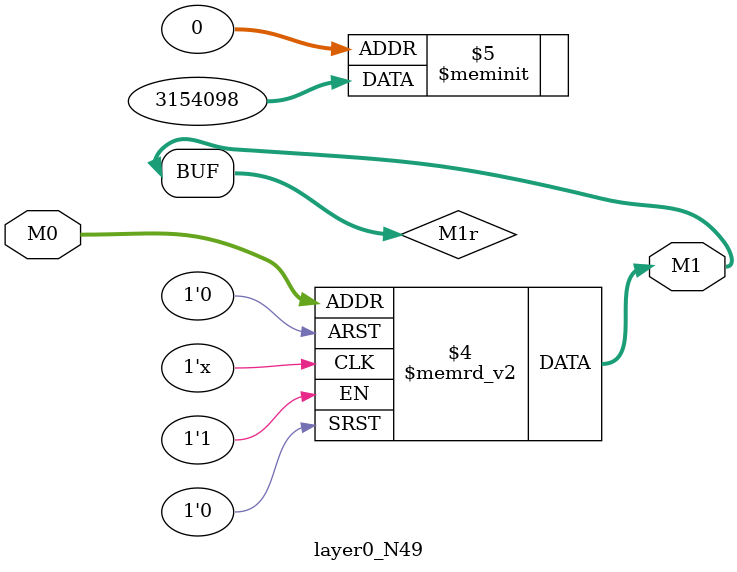
<source format=v>
module layer0_N49 ( input [3:0] M0, output [1:0] M1 );

	(*rom_style = "distributed" *) reg [1:0] M1r;
	assign M1 = M1r;
	always @ (M0) begin
		case (M0)
			4'b0000: M1r = 2'b10;
			4'b1000: M1r = 2'b00;
			4'b0100: M1r = 2'b00;
			4'b1100: M1r = 2'b00;
			4'b0010: M1r = 2'b11;
			4'b1010: M1r = 2'b11;
			4'b0110: M1r = 2'b10;
			4'b1110: M1r = 2'b00;
			4'b0001: M1r = 2'b00;
			4'b1001: M1r = 2'b00;
			4'b0101: M1r = 2'b00;
			4'b1101: M1r = 2'b00;
			4'b0011: M1r = 2'b10;
			4'b1011: M1r = 2'b00;
			4'b0111: M1r = 2'b00;
			4'b1111: M1r = 2'b00;

		endcase
	end
endmodule

</source>
